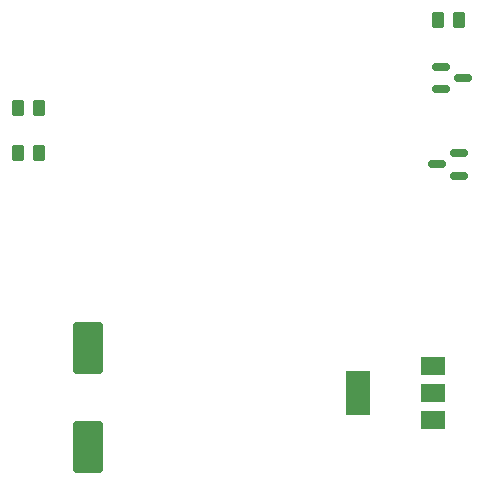
<source format=gtp>
%TF.GenerationSoftware,KiCad,Pcbnew,7.0.7*%
%TF.CreationDate,2023-10-28T13:50:54-06:00*%
%TF.ProjectId,RatGDO-OpenSource,52617447-444f-42d4-9f70-656e536f7572,rev?*%
%TF.SameCoordinates,Original*%
%TF.FileFunction,Paste,Top*%
%TF.FilePolarity,Positive*%
%FSLAX46Y46*%
G04 Gerber Fmt 4.6, Leading zero omitted, Abs format (unit mm)*
G04 Created by KiCad (PCBNEW 7.0.7) date 2023-10-28 13:50:54*
%MOMM*%
%LPD*%
G01*
G04 APERTURE LIST*
G04 Aperture macros list*
%AMRoundRect*
0 Rectangle with rounded corners*
0 $1 Rounding radius*
0 $2 $3 $4 $5 $6 $7 $8 $9 X,Y pos of 4 corners*
0 Add a 4 corners polygon primitive as box body*
4,1,4,$2,$3,$4,$5,$6,$7,$8,$9,$2,$3,0*
0 Add four circle primitives for the rounded corners*
1,1,$1+$1,$2,$3*
1,1,$1+$1,$4,$5*
1,1,$1+$1,$6,$7*
1,1,$1+$1,$8,$9*
0 Add four rect primitives between the rounded corners*
20,1,$1+$1,$2,$3,$4,$5,0*
20,1,$1+$1,$4,$5,$6,$7,0*
20,1,$1+$1,$6,$7,$8,$9,0*
20,1,$1+$1,$8,$9,$2,$3,0*%
G04 Aperture macros list end*
%ADD10R,2.000000X1.500000*%
%ADD11R,2.000000X3.800000*%
%ADD12RoundRect,0.250000X0.262500X0.450000X-0.262500X0.450000X-0.262500X-0.450000X0.262500X-0.450000X0*%
%ADD13RoundRect,0.150000X-0.587500X-0.150000X0.587500X-0.150000X0.587500X0.150000X-0.587500X0.150000X0*%
%ADD14RoundRect,0.150000X0.587500X0.150000X-0.587500X0.150000X-0.587500X-0.150000X0.587500X-0.150000X0*%
%ADD15RoundRect,0.250000X-1.000000X1.950000X-1.000000X-1.950000X1.000000X-1.950000X1.000000X1.950000X0*%
%ADD16RoundRect,0.250000X-0.262500X-0.450000X0.262500X-0.450000X0.262500X0.450000X-0.262500X0.450000X0*%
G04 APERTURE END LIST*
D10*
%TO.C,U2*%
X157430000Y-105170000D03*
X157430000Y-102870000D03*
D11*
X151130000Y-102870000D03*
D10*
X157430000Y-100570000D03*
%TD*%
D12*
%TO.C,R3*%
X159662500Y-71264162D03*
X157837500Y-71264162D03*
%TD*%
D13*
%TO.C,Q2*%
X158145000Y-75250000D03*
X158145000Y-77150000D03*
X160020000Y-76200000D03*
%TD*%
D14*
%TO.C,Q1*%
X157812500Y-83487500D03*
X159687500Y-82537500D03*
X159687500Y-84437500D03*
%TD*%
D12*
%TO.C,R2*%
X124102500Y-78740000D03*
X122277500Y-78740000D03*
%TD*%
D15*
%TO.C,C1*%
X128270000Y-99060000D03*
X128270000Y-107460000D03*
%TD*%
D16*
%TO.C,R1*%
X122277500Y-82550000D03*
X124102500Y-82550000D03*
%TD*%
M02*

</source>
